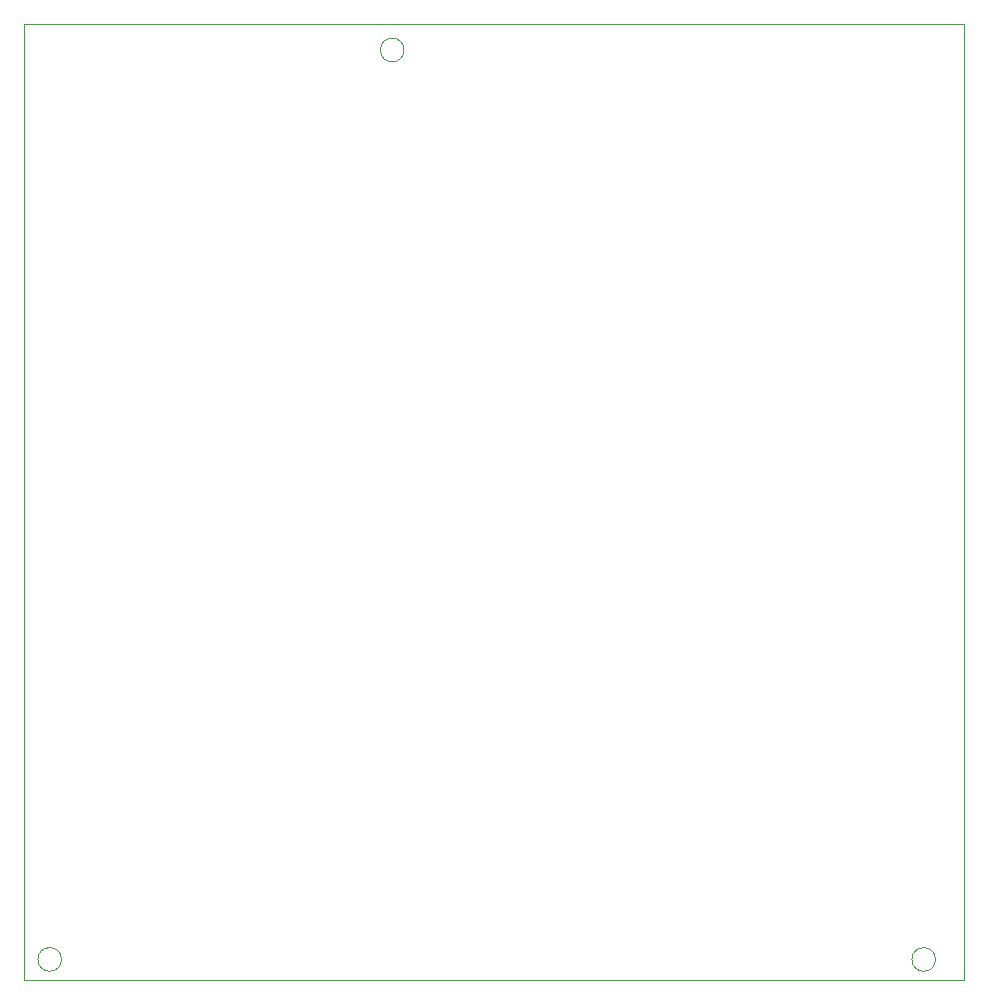
<source format=gm1>
G04 #@! TF.GenerationSoftware,KiCad,Pcbnew,8.0.8*
G04 #@! TF.CreationDate,2025-02-10T09:22:13+01:00*
G04 #@! TF.ProjectId,better,62657474-6572-42e6-9b69-6361645f7063,rev?*
G04 #@! TF.SameCoordinates,Original*
G04 #@! TF.FileFunction,Profile,NP*
%FSLAX46Y46*%
G04 Gerber Fmt 4.6, Leading zero omitted, Abs format (unit mm)*
G04 Created by KiCad (PCBNEW 8.0.8) date 2025-02-10 09:22:13*
%MOMM*%
%LPD*%
G01*
G04 APERTURE LIST*
G04 #@! TA.AperFunction,Profile*
%ADD10C,0.050000*%
G04 #@! TD*
G04 APERTURE END LIST*
D10*
X210235000Y-109165000D02*
G75*
G02*
X208235000Y-109165000I-1000000J0D01*
G01*
X208235000Y-109165000D02*
G75*
G02*
X210235000Y-109165000I1000000J0D01*
G01*
X133044375Y-29924375D02*
X212625625Y-29924375D01*
X212625625Y-110886875D01*
X133044375Y-110886875D01*
X133044375Y-29924375D01*
X165235000Y-32165000D02*
G75*
G02*
X163235000Y-32165000I-1000000J0D01*
G01*
X163235000Y-32165000D02*
G75*
G02*
X165235000Y-32165000I1000000J0D01*
G01*
X136235000Y-109165000D02*
G75*
G02*
X134235000Y-109165000I-1000000J0D01*
G01*
X134235000Y-109165000D02*
G75*
G02*
X136235000Y-109165000I1000000J0D01*
G01*
M02*

</source>
